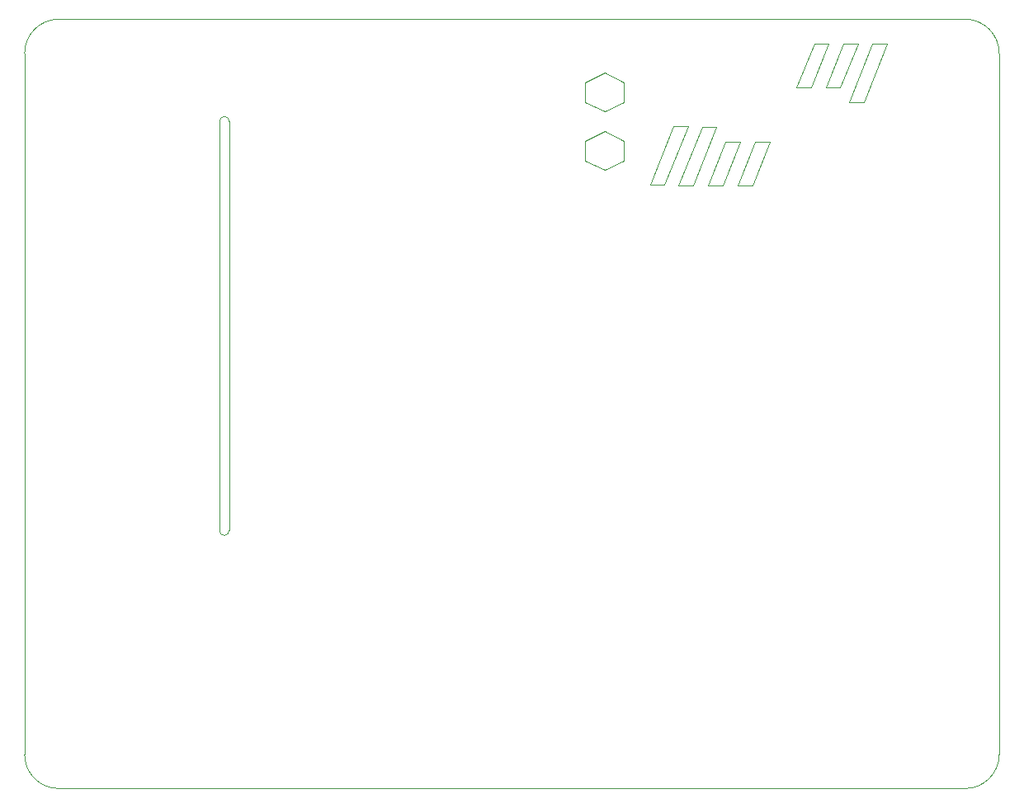
<source format=gbr>
%TF.GenerationSoftware,KiCad,Pcbnew,9.0.0*%
%TF.CreationDate,2025-11-09T18:10:32+09:00*%
%TF.ProjectId,temperature_monitor,74656d70-6572-4617-9475-72655f6d6f6e,0.1.1*%
%TF.SameCoordinates,Original*%
%TF.FileFunction,Profile,NP*%
%FSLAX46Y46*%
G04 Gerber Fmt 4.6, Leading zero omitted, Abs format (unit mm)*
G04 Created by KiCad (PCBNEW 9.0.0) date 2025-11-09 18:10:32*
%MOMM*%
%LPD*%
G01*
G04 APERTURE LIST*
%TA.AperFunction,Profile*%
%ADD10C,0.050000*%
%TD*%
G04 APERTURE END LIST*
D10*
X194000000Y-55500000D02*
G75*
G02*
X197500000Y-59000000I0J-3500000D01*
G01*
X159000000Y-68000000D02*
X159000000Y-70000000D01*
X157000000Y-71000000D01*
X155000000Y-70000000D01*
X155000000Y-68000000D01*
X157000000Y-67000000D01*
X159000000Y-68000000D01*
X97500000Y-131000000D02*
X97500000Y-59000000D01*
X169100000Y-72603448D02*
X167600000Y-72603448D01*
X169400000Y-68103448D01*
X170900000Y-68103448D01*
X169100000Y-72603448D01*
X97500000Y-59000000D02*
G75*
G02*
X101000000Y-55500000I3500000J0D01*
G01*
X117500000Y-66000000D02*
G75*
G02*
X118500000Y-66000000I500000J0D01*
G01*
X172150535Y-72603448D02*
X170650535Y-72603448D01*
X172450535Y-68103448D01*
X173950535Y-68103448D01*
X172150535Y-72603448D01*
X163159167Y-72510349D02*
X161659167Y-72510349D01*
X164059167Y-66510349D01*
X165559167Y-66510349D01*
X163159167Y-72510349D01*
X159000000Y-62000000D02*
X159000000Y-64000000D01*
X157000000Y-65000000D01*
X155000000Y-64000000D01*
X155000000Y-62000000D01*
X157000000Y-61000000D01*
X159000000Y-62000000D01*
X194000000Y-134500000D02*
X101000000Y-134500000D01*
X181200000Y-62500000D02*
X179700000Y-62500000D01*
X181500000Y-58000000D01*
X183000000Y-58000000D01*
X181200000Y-62500000D01*
X166100000Y-72603448D02*
X164600000Y-72603448D01*
X167000000Y-66603448D01*
X168500000Y-66603448D01*
X166100000Y-72603448D01*
X101000000Y-55500000D02*
X194000000Y-55500000D01*
X118500000Y-66000000D02*
X118500000Y-108000000D01*
X183600000Y-64000000D02*
X182100000Y-64000000D01*
X184500000Y-58000000D01*
X186000000Y-58000000D01*
X183600000Y-64000000D01*
X117500000Y-108000000D02*
X117500000Y-66000000D01*
X178200000Y-62500000D02*
X176700000Y-62500000D01*
X178500000Y-58000000D01*
X180000000Y-58000000D01*
X178200000Y-62500000D01*
X118500000Y-108000000D02*
G75*
G02*
X117500000Y-108000000I-500000J0D01*
G01*
X197500000Y-131000000D02*
G75*
G02*
X194000000Y-134500000I-3500000J0D01*
G01*
X101000000Y-134500000D02*
G75*
G02*
X97500000Y-131000000I0J3500000D01*
G01*
X197500000Y-59000000D02*
X197500000Y-131000000D01*
M02*

</source>
